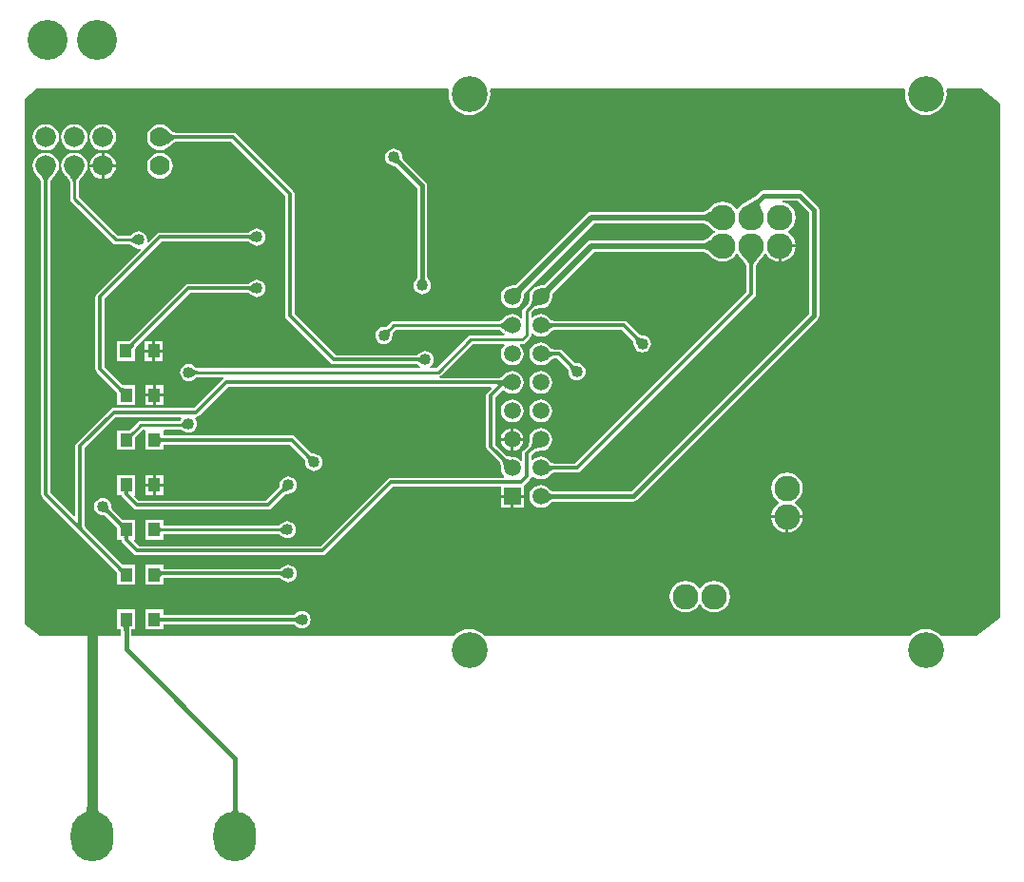
<source format=gtl>
G04 Layer_Physical_Order=1*
G04 Layer_Color=255*
%FSLAX24Y24*%
%MOIN*%
G70*
G01*
G75*
%ADD10R,0.0433X0.0492*%
%ADD11C,0.0100*%
%ADD12C,0.0120*%
%ADD13C,0.0150*%
%ADD14C,0.0350*%
%ADD15C,0.0200*%
%ADD16C,0.0591*%
%ADD17R,0.0591X0.0591*%
%ADD18O,0.1500X0.1750*%
%ADD19C,0.1400*%
%ADD20C,0.0700*%
%ADD21C,0.0720*%
%ADD22C,0.1260*%
%ADD23C,0.0900*%
%ADD24C,0.0400*%
G36*
X7910Y5084D02*
X7913Y5056D01*
X7916Y5032D01*
X7922Y5011D01*
X7928Y4993D01*
X7937Y4978D01*
X7946Y4967D01*
X7958Y4958D01*
X7970Y4954D01*
X7984Y4952D01*
X7685D01*
X7699Y4954D01*
X7712Y4958D01*
X7723Y4967D01*
X7733Y4978D01*
X7741Y4993D01*
X7748Y5011D01*
X7753Y5032D01*
X7757Y5056D01*
X7759Y5084D01*
X7760Y5115D01*
X7910D01*
X7910Y5084D01*
D02*
G37*
G36*
X4155Y11439D02*
X4143Y11435D01*
X4131Y11427D01*
X4122Y11417D01*
X4113Y11403D01*
X4107Y11387D01*
X4101Y11367D01*
X4098Y11345D01*
X4095Y11319D01*
X4095Y11291D01*
X3945D01*
X3944Y11319D01*
X3942Y11345D01*
X3938Y11367D01*
X3933Y11387D01*
X3926Y11403D01*
X3918Y11417D01*
X3908Y11427D01*
X3897Y11435D01*
X3884Y11439D01*
X3870Y11441D01*
X4170D01*
X4155Y11439D01*
D02*
G37*
G36*
X3011Y5219D02*
X3025Y5085D01*
X3038Y5031D01*
X3053Y4985D01*
X3072Y4947D01*
X3095Y4918D01*
X3121Y4897D01*
X3151Y4885D01*
X3184Y4881D01*
X2485D01*
X2518Y4885D01*
X2548Y4897D01*
X2574Y4918D01*
X2597Y4947D01*
X2616Y4985D01*
X2632Y5031D01*
X2644Y5085D01*
X2653Y5148D01*
X2658Y5219D01*
X2660Y5298D01*
X3010D01*
X3011Y5219D01*
D02*
G37*
G36*
X34650Y29789D02*
Y11739D01*
X33836Y11100D01*
X32598D01*
X32569Y11135D01*
X32458Y11226D01*
X32331Y11294D01*
X32193Y11336D01*
X32050Y11350D01*
X31907Y11336D01*
X31769Y11294D01*
X31642Y11226D01*
X31531Y11135D01*
X31502Y11100D01*
X16598D01*
X16569Y11135D01*
X16458Y11226D01*
X16331Y11294D01*
X16193Y11336D01*
X16050Y11350D01*
X15907Y11336D01*
X15769Y11294D01*
X15642Y11226D01*
X15531Y11135D01*
X15502Y11100D01*
X4198D01*
Y11323D01*
X4199Y11332D01*
X4200Y11340D01*
X4336D01*
Y12032D01*
X3703D01*
Y11340D01*
X3839D01*
X3840Y11332D01*
X3841Y11323D01*
Y11100D01*
X993D01*
X450Y11526D01*
Y29959D01*
X884Y30300D01*
X15301D01*
X15312Y30285D01*
X15330Y30250D01*
X15316Y30117D01*
X15331Y29973D01*
X15372Y29836D01*
X15440Y29709D01*
X15531Y29598D01*
X15642Y29507D01*
X15769Y29439D01*
X15907Y29397D01*
X16050Y29383D01*
X16193Y29397D01*
X16331Y29439D01*
X16458Y29507D01*
X16569Y29598D01*
X16660Y29709D01*
X16728Y29836D01*
X16769Y29973D01*
X16784Y30117D01*
X16770Y30250D01*
X16788Y30285D01*
X16799Y30300D01*
X31301D01*
X31312Y30285D01*
X31330Y30250D01*
X31316Y30117D01*
X31331Y29973D01*
X31372Y29836D01*
X31440Y29709D01*
X31531Y29598D01*
X31642Y29507D01*
X31769Y29439D01*
X31907Y29397D01*
X32050Y29383D01*
X32193Y29397D01*
X32331Y29439D01*
X32458Y29507D01*
X32569Y29598D01*
X32660Y29709D01*
X32728Y29836D01*
X32769Y29973D01*
X32784Y30117D01*
X32770Y30250D01*
X32788Y30285D01*
X32799Y30300D01*
X33999D01*
X34650Y29789D01*
D02*
G37*
%LPC*%
G36*
X5309Y21050D02*
X5042D01*
Y20754D01*
X5309D01*
Y21050D01*
D02*
G37*
G36*
X17500Y15950D02*
X17155D01*
Y15605D01*
X17500D01*
Y15950D01*
D02*
G37*
G36*
X8600Y23603D02*
X8522Y23592D01*
X8449Y23562D01*
X8386Y23514D01*
X8383Y23510D01*
X8373Y23500D01*
X8362Y23491D01*
X8352Y23483D01*
X8342Y23477D01*
X8332Y23472D01*
X8323Y23468D01*
X8315Y23466D01*
X8306Y23464D01*
X8303Y23463D01*
X6208D01*
X6145Y23451D01*
X6093Y23415D01*
X4157Y21480D01*
X4136Y21460D01*
X4119Y21447D01*
X4118Y21446D01*
X3691D01*
Y20754D01*
X4324D01*
Y21178D01*
X4331Y21187D01*
X4356Y21218D01*
X6275Y23137D01*
X8303D01*
X8306Y23136D01*
X8315Y23134D01*
X8323Y23132D01*
X8332Y23128D01*
X8342Y23123D01*
X8352Y23117D01*
X8362Y23109D01*
X8373Y23100D01*
X8383Y23090D01*
X8386Y23086D01*
X8449Y23038D01*
X8522Y23008D01*
X8600Y22997D01*
X8678Y23008D01*
X8751Y23038D01*
X8814Y23086D01*
X8862Y23149D01*
X8892Y23222D01*
X8903Y23300D01*
X8892Y23378D01*
X8862Y23451D01*
X8814Y23514D01*
X8751Y23562D01*
X8678Y23592D01*
X8600Y23603D01*
D02*
G37*
G36*
X17945Y15950D02*
X17600D01*
Y15605D01*
X17945D01*
Y15950D01*
D02*
G37*
G36*
X4942Y21050D02*
X4676D01*
Y20754D01*
X4942D01*
Y21050D01*
D02*
G37*
G36*
X27182Y16845D02*
X27038Y16826D01*
X26905Y16770D01*
X26790Y16682D01*
X26701Y16567D01*
X26646Y16433D01*
X26627Y16290D01*
X26646Y16146D01*
X26701Y16012D01*
X26790Y15898D01*
X26892Y15819D01*
X26896Y15803D01*
Y15777D01*
X26892Y15761D01*
X26790Y15682D01*
X26701Y15567D01*
X26646Y15433D01*
X26634Y15340D01*
X27730D01*
X27718Y15433D01*
X27662Y15567D01*
X27574Y15682D01*
X27472Y15761D01*
X27468Y15777D01*
Y15803D01*
X27472Y15819D01*
X27574Y15898D01*
X27662Y16012D01*
X27718Y16146D01*
X27737Y16290D01*
X27718Y16433D01*
X27662Y16567D01*
X27574Y16682D01*
X27459Y16770D01*
X27325Y16826D01*
X27182Y16845D01*
D02*
G37*
G36*
X27730Y15240D02*
X27232D01*
Y14742D01*
X27325Y14754D01*
X27459Y14809D01*
X27574Y14898D01*
X27662Y15012D01*
X27718Y15146D01*
X27730Y15240D01*
D02*
G37*
G36*
X5309Y21446D02*
X5042D01*
Y21150D01*
X5309D01*
Y21446D01*
D02*
G37*
G36*
X4942D02*
X4676D01*
Y21150D01*
X4942D01*
Y21446D01*
D02*
G37*
G36*
X27132Y15240D02*
X26634D01*
X26646Y15146D01*
X26701Y15012D01*
X26790Y14898D01*
X26905Y14809D01*
X27038Y14754D01*
X27132Y14742D01*
Y15240D01*
D02*
G37*
G36*
X5313Y19515D02*
X5047D01*
Y19219D01*
X5313D01*
Y19515D01*
D02*
G37*
G36*
X4329Y16756D02*
X3696D01*
Y16064D01*
X3854D01*
X3862Y16025D01*
X3897Y15972D01*
X4285Y15585D01*
X4338Y15549D01*
X4400Y15537D01*
X9000D01*
X9062Y15549D01*
X9115Y15585D01*
X9605Y16075D01*
X9608Y16077D01*
X9615Y16081D01*
X9623Y16085D01*
X9632Y16089D01*
X9643Y16092D01*
X9654Y16095D01*
X9667Y16097D01*
X9681Y16098D01*
X9696Y16098D01*
X9700Y16097D01*
X9778Y16108D01*
X9851Y16138D01*
X9914Y16186D01*
X9962Y16249D01*
X9992Y16322D01*
X10003Y16400D01*
X9992Y16478D01*
X9962Y16551D01*
X9914Y16614D01*
X9851Y16662D01*
X9778Y16692D01*
X9700Y16703D01*
X9622Y16692D01*
X9549Y16662D01*
X9486Y16614D01*
X9438Y16551D01*
X9408Y16478D01*
X9397Y16400D01*
X9398Y16396D01*
X9398Y16381D01*
X9397Y16367D01*
X9395Y16354D01*
X9392Y16343D01*
X9389Y16332D01*
X9385Y16323D01*
X9381Y16315D01*
X9377Y16308D01*
X9375Y16305D01*
X8932Y15863D01*
X4468D01*
X4311Y16020D01*
X4329Y16064D01*
X4329D01*
Y16756D01*
D02*
G37*
G36*
X4947Y19515D02*
X4680D01*
Y19219D01*
X4947D01*
Y19515D01*
D02*
G37*
G36*
X5313Y16756D02*
X5047D01*
Y16460D01*
X5313D01*
Y16756D01*
D02*
G37*
G36*
X4947D02*
X4680D01*
Y16460D01*
X4947D01*
Y16756D01*
D02*
G37*
G36*
Y16360D02*
X4680D01*
Y16064D01*
X4947D01*
Y16360D01*
D02*
G37*
G36*
X5200Y29054D02*
X5083Y29038D01*
X4973Y28993D01*
X4879Y28921D01*
X4807Y28827D01*
X4762Y28717D01*
X4746Y28600D01*
X4762Y28483D01*
X4807Y28373D01*
X4879Y28279D01*
X4973Y28207D01*
X5083Y28162D01*
X5200Y28146D01*
X5317Y28162D01*
X5427Y28207D01*
X5521Y28279D01*
X5529Y28289D01*
X5588Y28345D01*
X5617Y28369D01*
X5644Y28390D01*
X5670Y28406D01*
X5693Y28419D01*
X5713Y28428D01*
X5730Y28434D01*
X5743Y28437D01*
X7698D01*
X9587Y26548D01*
Y22350D01*
X9599Y22288D01*
X9635Y22235D01*
X11185Y20685D01*
X11238Y20649D01*
X11300Y20637D01*
X14207D01*
X14210Y20636D01*
X14219Y20634D01*
X14227Y20632D01*
X14236Y20628D01*
X14246Y20623D01*
X14255Y20617D01*
X14266Y20609D01*
X14277Y20600D01*
X14287Y20590D01*
X14290Y20586D01*
X14333Y20553D01*
X14316Y20503D01*
X6513D01*
X6510Y20503D01*
X6503Y20505D01*
X6494Y20508D01*
X6485Y20513D01*
X6475Y20519D01*
X6464Y20526D01*
X6436Y20549D01*
X6425Y20560D01*
X6422Y20564D01*
X6359Y20612D01*
X6286Y20642D01*
X6208Y20653D01*
X6130Y20642D01*
X6057Y20612D01*
X5994Y20564D01*
X5946Y20501D01*
X5916Y20428D01*
X5905Y20350D01*
X5916Y20272D01*
X5946Y20199D01*
X5994Y20136D01*
X6057Y20088D01*
X6130Y20058D01*
X6208Y20047D01*
X6286Y20058D01*
X6359Y20088D01*
X6422Y20136D01*
X6425Y20140D01*
X6437Y20152D01*
X6451Y20164D01*
X6463Y20173D01*
X6475Y20181D01*
X6485Y20187D01*
X6494Y20192D01*
X6503Y20195D01*
X6510Y20197D01*
X6513Y20197D01*
X7416D01*
X7423Y20188D01*
X7413Y20120D01*
X7405Y20115D01*
X6403Y19113D01*
X3579D01*
X3517Y19101D01*
X3464Y19065D01*
X2285Y17886D01*
X2249Y17833D01*
X2237Y17771D01*
Y15332D01*
X2191Y15313D01*
X1363Y16141D01*
Y27041D01*
X1366Y27055D01*
X1372Y27072D01*
X1382Y27093D01*
X1395Y27117D01*
X1413Y27144D01*
X1433Y27171D01*
X1490Y27236D01*
X1516Y27263D01*
X1528Y27272D01*
X1602Y27368D01*
X1648Y27480D01*
X1664Y27600D01*
X1648Y27720D01*
X1602Y27832D01*
X1528Y27928D01*
X1432Y28002D01*
X1320Y28048D01*
X1200Y28064D01*
X1080Y28048D01*
X968Y28002D01*
X872Y27928D01*
X798Y27832D01*
X752Y27720D01*
X736Y27600D01*
X752Y27480D01*
X798Y27368D01*
X872Y27272D01*
X884Y27263D01*
X910Y27236D01*
X967Y27171D01*
X987Y27144D01*
X1005Y27117D01*
X1018Y27093D01*
X1028Y27072D01*
X1034Y27055D01*
X1037Y27041D01*
Y16073D01*
X1049Y16011D01*
X1085Y15958D01*
X2285Y14758D01*
X3667Y13375D01*
X3676Y13365D01*
X3689Y13349D01*
X3696Y13339D01*
Y12915D01*
X4329D01*
Y13607D01*
X3902D01*
X3869Y13635D01*
X2603Y14901D01*
X2596Y14909D01*
X2588Y14921D01*
X2581Y14933D01*
X2575Y14946D01*
X2571Y14959D01*
X2567Y14972D01*
X2564Y14987D01*
X2563Y14997D01*
Y17703D01*
X3647Y18787D01*
X5941D01*
X5965Y18737D01*
X5938Y18701D01*
X5937Y18698D01*
X5930Y18688D01*
X5923Y18678D01*
X5916Y18670D01*
X5909Y18664D01*
X5904Y18659D01*
X5899Y18657D01*
X5895Y18655D01*
X5890Y18653D01*
X5888Y18653D01*
X4528D01*
X4469Y18641D01*
X4419Y18608D01*
X4166Y18354D01*
X4148Y18338D01*
X4140Y18331D01*
X3696D01*
Y17639D01*
X4329D01*
Y18080D01*
X4332Y18084D01*
X4352Y18108D01*
X4591Y18347D01*
X4637D01*
X4680Y18331D01*
X4680Y18297D01*
Y17639D01*
X5313D01*
Y17822D01*
X9747D01*
X10275Y17295D01*
X10277Y17292D01*
X10281Y17285D01*
X10285Y17277D01*
X10289Y17268D01*
X10292Y17257D01*
X10295Y17246D01*
X10297Y17233D01*
X10298Y17219D01*
X10298Y17204D01*
X10297Y17200D01*
X10308Y17122D01*
X10338Y17049D01*
X10386Y16986D01*
X10449Y16938D01*
X10522Y16908D01*
X10600Y16897D01*
X10678Y16908D01*
X10751Y16938D01*
X10814Y16986D01*
X10862Y17049D01*
X10892Y17122D01*
X10903Y17200D01*
X10892Y17278D01*
X10862Y17351D01*
X10814Y17414D01*
X10751Y17462D01*
X10678Y17492D01*
X10600Y17503D01*
X10596Y17502D01*
X10581Y17502D01*
X10567Y17503D01*
X10554Y17505D01*
X10543Y17508D01*
X10532Y17511D01*
X10523Y17515D01*
X10515Y17519D01*
X10508Y17523D01*
X10505Y17525D01*
X9930Y18100D01*
X9877Y18136D01*
X9815Y18148D01*
X5313D01*
X5313Y18331D01*
X5357Y18347D01*
X5917D01*
X5920Y18347D01*
X5928Y18345D01*
X5956Y18336D01*
X5968Y18331D01*
X6025Y18303D01*
X6045Y18291D01*
X6049Y18288D01*
X6122Y18258D01*
X6200Y18247D01*
X6278Y18258D01*
X6351Y18288D01*
X6414Y18336D01*
X6462Y18399D01*
X6492Y18472D01*
X6503Y18550D01*
X6492Y18628D01*
X6462Y18701D01*
X6435Y18737D01*
X6459Y18787D01*
X6470D01*
X6533Y18799D01*
X6586Y18835D01*
X7588Y19837D01*
X16794D01*
X16813Y19791D01*
X16685Y19662D01*
X16649Y19609D01*
X16637Y19547D01*
Y17750D01*
X16649Y17688D01*
X16685Y17635D01*
X17113Y17206D01*
X17119Y17198D01*
X17126Y17185D01*
X17132Y17169D01*
X17138Y17150D01*
X17143Y17127D01*
X17147Y17103D01*
X17152Y17038D01*
X17153Y17011D01*
X17151Y17000D01*
X17165Y16897D01*
X17205Y16801D01*
X17268Y16718D01*
X17278Y16710D01*
X17262Y16663D01*
X13300D01*
X13300Y16663D01*
X13238Y16651D01*
X13185Y16615D01*
X10832Y14263D01*
X4468D01*
X4288Y14443D01*
X4307Y14489D01*
X4329D01*
Y15181D01*
X3902D01*
X3869Y15210D01*
X3525Y15553D01*
X3523Y15556D01*
X3519Y15563D01*
X3515Y15571D01*
X3511Y15580D01*
X3508Y15591D01*
X3505Y15602D01*
X3503Y15615D01*
X3502Y15629D01*
X3502Y15644D01*
X3503Y15648D01*
X3492Y15726D01*
X3462Y15799D01*
X3414Y15862D01*
X3351Y15910D01*
X3278Y15940D01*
X3200Y15951D01*
X3122Y15940D01*
X3049Y15910D01*
X2986Y15862D01*
X2938Y15799D01*
X2908Y15726D01*
X2897Y15648D01*
X2908Y15570D01*
X2938Y15497D01*
X2986Y15434D01*
X3049Y15386D01*
X3122Y15356D01*
X3200Y15345D01*
X3204Y15346D01*
X3219Y15346D01*
X3233Y15345D01*
X3246Y15343D01*
X3257Y15340D01*
X3268Y15337D01*
X3277Y15333D01*
X3285Y15329D01*
X3292Y15325D01*
X3295Y15323D01*
X3667Y14950D01*
X3676Y14940D01*
X3689Y14924D01*
X3696Y14914D01*
Y14489D01*
X3849D01*
Y14487D01*
X3862Y14425D01*
X3897Y14372D01*
X4285Y13985D01*
X4338Y13949D01*
X4400Y13937D01*
X10900D01*
X10962Y13949D01*
X11015Y13985D01*
X13368Y16337D01*
X17155D01*
Y16050D01*
X17550D01*
X17945D01*
Y16371D01*
X17965Y16385D01*
X18175Y16595D01*
X18211Y16648D01*
X18221Y16698D01*
X18256Y16713D01*
X18273Y16714D01*
X18351Y16655D01*
X18447Y16615D01*
X18550Y16601D01*
X18653Y16615D01*
X18749Y16655D01*
X18832Y16718D01*
X18838Y16725D01*
X18884Y16769D01*
X18906Y16787D01*
X18928Y16802D01*
X18947Y16815D01*
X18965Y16824D01*
X18981Y16831D01*
X18995Y16835D01*
X19005Y16837D01*
X19820D01*
X19882Y16849D01*
X19935Y16885D01*
X26047Y22997D01*
X26083Y23049D01*
X26095Y23112D01*
Y24083D01*
X26095Y24088D01*
X26100Y24106D01*
X26109Y24130D01*
X26122Y24158D01*
X26141Y24190D01*
X26166Y24225D01*
X26195Y24263D01*
X26273Y24350D01*
X26308Y24385D01*
X26324Y24398D01*
X26403Y24500D01*
X26419Y24504D01*
X26445D01*
X26461Y24500D01*
X26540Y24398D01*
X26655Y24309D01*
X26788Y24254D01*
X26882Y24242D01*
Y24790D01*
X26932D01*
Y24840D01*
X27480D01*
X27468Y24933D01*
X27412Y25067D01*
X27324Y25182D01*
X27222Y25261D01*
X27218Y25277D01*
Y25303D01*
X27222Y25319D01*
X27324Y25398D01*
X27412Y25512D01*
X27468Y25646D01*
X27487Y25790D01*
X27468Y25933D01*
X27412Y26067D01*
X27324Y26182D01*
X27209Y26270D01*
X27075Y26326D01*
X27030Y26332D01*
X27034Y26382D01*
X27546D01*
X27962Y25966D01*
Y22414D01*
X21726Y16178D01*
X18995D01*
X18985Y16180D01*
X18969Y16184D01*
X18953Y16190D01*
X18936Y16198D01*
X18917Y16209D01*
X18898Y16222D01*
X18877Y16238D01*
X18856Y16257D01*
X18838Y16274D01*
X18832Y16282D01*
X18749Y16345D01*
X18653Y16385D01*
X18550Y16399D01*
X18447Y16385D01*
X18351Y16345D01*
X18268Y16282D01*
X18205Y16199D01*
X18165Y16103D01*
X18151Y16000D01*
X18165Y15897D01*
X18205Y15801D01*
X18268Y15718D01*
X18351Y15655D01*
X18447Y15615D01*
X18550Y15601D01*
X18653Y15615D01*
X18749Y15655D01*
X18832Y15718D01*
X18838Y15726D01*
X18856Y15743D01*
X18877Y15762D01*
X18898Y15778D01*
X18917Y15791D01*
X18936Y15802D01*
X18953Y15810D01*
X18969Y15816D01*
X18985Y15820D01*
X18995Y15822D01*
X21800D01*
X21868Y15835D01*
X21926Y15874D01*
X28266Y22214D01*
X28305Y22272D01*
X28318Y22340D01*
X28318Y22340D01*
Y26040D01*
X28305Y26108D01*
X28266Y26166D01*
X27746Y26686D01*
X27688Y26725D01*
X27620Y26738D01*
X26360D01*
X26360Y26738D01*
X26292Y26725D01*
X26234Y26686D01*
X26056Y26508D01*
X25674Y26278D01*
X25655Y26270D01*
X25540Y26182D01*
X25461Y26080D01*
X25445Y26076D01*
X25419D01*
X25403Y26080D01*
X25324Y26182D01*
X25209Y26270D01*
X25075Y26326D01*
X24932Y26345D01*
X24788Y26326D01*
X24655Y26270D01*
X24540Y26182D01*
X24527Y26166D01*
X24499Y26139D01*
X24462Y26105D01*
X24426Y26077D01*
X24392Y26053D01*
X24359Y26033D01*
X24328Y26017D01*
X24299Y26006D01*
X24272Y25998D01*
X24249Y25994D01*
X20340D01*
X20262Y25978D01*
X20196Y25934D01*
X17707Y23445D01*
X17700Y23440D01*
X17685Y23430D01*
X17669Y23421D01*
X17652Y23414D01*
X17635Y23408D01*
X17617Y23403D01*
X17597Y23400D01*
X17576Y23398D01*
X17560Y23397D01*
X17550Y23399D01*
X17447Y23385D01*
X17351Y23345D01*
X17268Y23282D01*
X17205Y23199D01*
X17165Y23103D01*
X17151Y23000D01*
X17165Y22897D01*
X17205Y22801D01*
X17268Y22718D01*
X17351Y22655D01*
X17447Y22615D01*
X17550Y22601D01*
X17653Y22615D01*
X17749Y22655D01*
X17832Y22718D01*
X17895Y22801D01*
X17935Y22897D01*
X17949Y23000D01*
X17947Y23010D01*
X17948Y23026D01*
X17950Y23047D01*
X17953Y23067D01*
X17958Y23085D01*
X17964Y23102D01*
X17971Y23119D01*
X17980Y23135D01*
X17990Y23150D01*
X17995Y23157D01*
X20424Y25586D01*
X24249D01*
X24272Y25582D01*
X24299Y25574D01*
X24328Y25562D01*
X24359Y25547D01*
X24392Y25527D01*
X24425Y25504D01*
X24500Y25440D01*
X24527Y25413D01*
X24540Y25398D01*
X24642Y25319D01*
X24646Y25303D01*
Y25277D01*
X24642Y25261D01*
X24540Y25182D01*
X24527Y25166D01*
X24499Y25139D01*
X24462Y25105D01*
X24426Y25077D01*
X24392Y25053D01*
X24359Y25033D01*
X24328Y25017D01*
X24299Y25006D01*
X24272Y24998D01*
X24249Y24994D01*
X20340D01*
X20262Y24978D01*
X20196Y24934D01*
X18707Y23445D01*
X18700Y23440D01*
X18685Y23430D01*
X18669Y23421D01*
X18652Y23414D01*
X18635Y23408D01*
X18617Y23403D01*
X18597Y23400D01*
X18576Y23398D01*
X18560Y23397D01*
X18550Y23399D01*
X18447Y23385D01*
X18351Y23345D01*
X18268Y23282D01*
X18205Y23199D01*
X18165Y23103D01*
X18151Y23000D01*
X18153Y22989D01*
X18152Y22958D01*
X18148Y22889D01*
X18144Y22863D01*
X18139Y22838D01*
X18133Y22818D01*
X18127Y22802D01*
X18121Y22790D01*
X18116Y22783D01*
X17952Y22618D01*
X17919Y22569D01*
X17907Y22510D01*
Y22266D01*
X17857Y22249D01*
X17832Y22282D01*
X17749Y22345D01*
X17653Y22385D01*
X17550Y22399D01*
X17447Y22385D01*
X17351Y22345D01*
X17268Y22282D01*
X17262Y22273D01*
X17240Y22252D01*
X17187Y22206D01*
X17166Y22190D01*
X17145Y22176D01*
X17127Y22166D01*
X17111Y22159D01*
X17098Y22155D01*
X17090Y22153D01*
X13400D01*
X13341Y22141D01*
X13292Y22108D01*
X13157Y21974D01*
X13155Y21972D01*
X13148Y21968D01*
X13141Y21965D01*
X13131Y21961D01*
X13119Y21958D01*
X13107Y21956D01*
X13071Y21952D01*
X13055Y21952D01*
X13050Y21953D01*
X12972Y21942D01*
X12899Y21912D01*
X12836Y21864D01*
X12788Y21801D01*
X12758Y21728D01*
X12747Y21650D01*
X12758Y21572D01*
X12788Y21499D01*
X12836Y21436D01*
X12899Y21388D01*
X12972Y21358D01*
X13050Y21347D01*
X13128Y21358D01*
X13201Y21388D01*
X13264Y21436D01*
X13312Y21499D01*
X13342Y21572D01*
X13353Y21650D01*
X13352Y21655D01*
X13352Y21672D01*
X13353Y21690D01*
X13355Y21706D01*
X13358Y21719D01*
X13361Y21731D01*
X13365Y21741D01*
X13368Y21748D01*
X13372Y21755D01*
X13374Y21757D01*
X13463Y21847D01*
X17090D01*
X17098Y21845D01*
X17111Y21841D01*
X17127Y21834D01*
X17145Y21824D01*
X17166Y21810D01*
X17187Y21794D01*
X17240Y21748D01*
X17262Y21727D01*
X17268Y21718D01*
X17288Y21703D01*
X17271Y21653D01*
X16096D01*
X16037Y21641D01*
X15988Y21608D01*
X14883Y20503D01*
X14692D01*
X14675Y20553D01*
X14718Y20586D01*
X14766Y20649D01*
X14796Y20722D01*
X14807Y20800D01*
X14796Y20878D01*
X14766Y20951D01*
X14718Y21014D01*
X14655Y21062D01*
X14582Y21092D01*
X14504Y21103D01*
X14426Y21092D01*
X14353Y21062D01*
X14290Y21014D01*
X14287Y21010D01*
X14277Y21000D01*
X14266Y20991D01*
X14255Y20983D01*
X14246Y20977D01*
X14236Y20972D01*
X14227Y20968D01*
X14219Y20966D01*
X14210Y20964D01*
X14207Y20963D01*
X11368D01*
X9913Y22418D01*
Y26616D01*
X9901Y26678D01*
X9865Y26731D01*
X7881Y28715D01*
X7828Y28751D01*
X7766Y28763D01*
X5743D01*
X5730Y28766D01*
X5713Y28772D01*
X5693Y28781D01*
X5670Y28794D01*
X5644Y28810D01*
X5618Y28830D01*
X5555Y28885D01*
X5530Y28910D01*
X5521Y28921D01*
X5427Y28993D01*
X5317Y29038D01*
X5200Y29054D01*
D02*
G37*
G36*
X5313Y16360D02*
X5047D01*
Y16064D01*
X5313D01*
Y16360D01*
D02*
G37*
G36*
X4947Y19911D02*
X4680D01*
Y19615D01*
X4947D01*
Y19911D01*
D02*
G37*
G36*
X5313D02*
X5047D01*
Y19615D01*
X5313D01*
Y19911D01*
D02*
G37*
G36*
Y15181D02*
X4680D01*
Y14489D01*
X5313D01*
Y14682D01*
X9360D01*
X9363Y14682D01*
X9370Y14680D01*
X9378Y14677D01*
X9387Y14673D01*
X9398Y14667D01*
X9408Y14660D01*
X9436Y14637D01*
X9448Y14625D01*
X9451Y14621D01*
X9513Y14573D01*
X9586Y14543D01*
X9665Y14533D01*
X9743Y14543D01*
X9816Y14573D01*
X9879Y14621D01*
X9927Y14684D01*
X9957Y14757D01*
X9967Y14835D01*
X9957Y14914D01*
X9927Y14987D01*
X9879Y15049D01*
X9816Y15097D01*
X9743Y15128D01*
X9665Y15138D01*
X9586Y15128D01*
X9513Y15097D01*
X9451Y15049D01*
X9448Y15046D01*
X9435Y15033D01*
X9422Y15022D01*
X9409Y15012D01*
X9398Y15004D01*
X9387Y14998D01*
X9378Y14994D01*
X9370Y14991D01*
X9363Y14989D01*
X9360Y14988D01*
X5313D01*
Y15181D01*
D02*
G37*
G36*
Y13607D02*
X4680D01*
Y12915D01*
X5313D01*
Y13137D01*
X9403D01*
X9406Y13136D01*
X9415Y13134D01*
X9423Y13132D01*
X9432Y13128D01*
X9442Y13123D01*
X9452Y13117D01*
X9462Y13109D01*
X9473Y13100D01*
X9483Y13090D01*
X9486Y13086D01*
X9549Y13038D01*
X9622Y13008D01*
X9700Y12997D01*
X9778Y13008D01*
X9851Y13038D01*
X9914Y13086D01*
X9962Y13149D01*
X9992Y13222D01*
X10003Y13300D01*
X9992Y13378D01*
X9962Y13451D01*
X9914Y13514D01*
X9851Y13562D01*
X9778Y13592D01*
X9700Y13603D01*
X9622Y13592D01*
X9549Y13562D01*
X9486Y13514D01*
X9483Y13510D01*
X9473Y13500D01*
X9462Y13491D01*
X9452Y13483D01*
X9442Y13477D01*
X9432Y13472D01*
X9423Y13468D01*
X9415Y13466D01*
X9406Y13464D01*
X9403Y13463D01*
X5313D01*
Y13607D01*
D02*
G37*
G36*
X24632Y13045D02*
X24488Y13026D01*
X24355Y12970D01*
X24240Y12882D01*
X24161Y12780D01*
X24145Y12776D01*
X24119D01*
X24103Y12780D01*
X24024Y12882D01*
X23909Y12970D01*
X23775Y13026D01*
X23632Y13045D01*
X23488Y13026D01*
X23355Y12970D01*
X23240Y12882D01*
X23151Y12767D01*
X23096Y12633D01*
X23077Y12490D01*
X23096Y12346D01*
X23151Y12212D01*
X23240Y12098D01*
X23355Y12009D01*
X23488Y11954D01*
X23632Y11935D01*
X23775Y11954D01*
X23909Y12009D01*
X24024Y12098D01*
X24103Y12200D01*
X24119Y12204D01*
X24145D01*
X24161Y12200D01*
X24240Y12098D01*
X24355Y12009D01*
X24488Y11954D01*
X24632Y11935D01*
X24775Y11954D01*
X24909Y12009D01*
X25024Y12098D01*
X25112Y12212D01*
X25168Y12346D01*
X25187Y12490D01*
X25168Y12633D01*
X25112Y12767D01*
X25024Y12882D01*
X24909Y12970D01*
X24775Y13026D01*
X24632Y13045D01*
D02*
G37*
G36*
X27480Y24740D02*
X26982D01*
Y24242D01*
X27075Y24254D01*
X27209Y24309D01*
X27324Y24398D01*
X27412Y24512D01*
X27468Y24646D01*
X27480Y24740D01*
D02*
G37*
G36*
X2200Y28064D02*
X2080Y28048D01*
X1968Y28002D01*
X1872Y27928D01*
X1798Y27832D01*
X1752Y27720D01*
X1736Y27600D01*
X1752Y27480D01*
X1798Y27368D01*
X1872Y27272D01*
X1884Y27263D01*
X1912Y27234D01*
X1972Y27166D01*
X1995Y27137D01*
X2014Y27110D01*
X2028Y27086D01*
X2038Y27065D01*
X2044Y27048D01*
X2047Y27036D01*
X2047Y27035D01*
Y26450D01*
X2059Y26391D01*
X2092Y26342D01*
X3542Y24892D01*
X3591Y24859D01*
X3650Y24847D01*
X4145D01*
X4148Y24847D01*
X4155Y24845D01*
X4164Y24842D01*
X4173Y24837D01*
X4183Y24831D01*
X4194Y24824D01*
X4221Y24801D01*
X4233Y24790D01*
X4236Y24786D01*
X4299Y24738D01*
X4372Y24708D01*
X4450Y24697D01*
X4503Y24704D01*
X4526Y24657D01*
X2985Y23115D01*
X2949Y23062D01*
X2937Y23000D01*
Y20478D01*
X2949Y20415D01*
X2985Y20362D01*
X3667Y19680D01*
X3676Y19669D01*
X3689Y19654D01*
X3696Y19643D01*
Y19219D01*
X4329D01*
Y19911D01*
X3902D01*
X3869Y19940D01*
X3263Y20545D01*
Y22932D01*
X5268Y24937D01*
X8303D01*
X8306Y24936D01*
X8315Y24934D01*
X8323Y24932D01*
X8332Y24928D01*
X8342Y24923D01*
X8352Y24917D01*
X8362Y24909D01*
X8373Y24900D01*
X8383Y24890D01*
X8386Y24886D01*
X8449Y24838D01*
X8522Y24808D01*
X8600Y24797D01*
X8678Y24808D01*
X8751Y24838D01*
X8814Y24886D01*
X8862Y24949D01*
X8892Y25022D01*
X8903Y25100D01*
X8892Y25178D01*
X8862Y25251D01*
X8814Y25314D01*
X8751Y25362D01*
X8678Y25392D01*
X8600Y25403D01*
X8522Y25392D01*
X8449Y25362D01*
X8386Y25314D01*
X8383Y25310D01*
X8373Y25300D01*
X8362Y25291D01*
X8352Y25283D01*
X8342Y25277D01*
X8332Y25272D01*
X8323Y25268D01*
X8315Y25266D01*
X8306Y25264D01*
X8303Y25263D01*
X5200D01*
X5138Y25251D01*
X5085Y25215D01*
X4793Y24924D01*
X4746Y24947D01*
X4753Y25000D01*
X4742Y25078D01*
X4712Y25151D01*
X4664Y25214D01*
X4601Y25262D01*
X4528Y25292D01*
X4450Y25303D01*
X4372Y25292D01*
X4299Y25262D01*
X4236Y25214D01*
X4233Y25210D01*
X4220Y25198D01*
X4207Y25186D01*
X4195Y25177D01*
X4183Y25169D01*
X4173Y25163D01*
X4164Y25158D01*
X4155Y25155D01*
X4148Y25153D01*
X4145Y25153D01*
X3713D01*
X2353Y26513D01*
Y27035D01*
X2353Y27036D01*
X2356Y27048D01*
X2362Y27065D01*
X2372Y27086D01*
X2386Y27110D01*
X2405Y27137D01*
X2428Y27166D01*
X2488Y27234D01*
X2516Y27263D01*
X2528Y27272D01*
X2602Y27368D01*
X2648Y27480D01*
X2664Y27600D01*
X2648Y27720D01*
X2602Y27832D01*
X2528Y27928D01*
X2432Y28002D01*
X2320Y28048D01*
X2200Y28064D01*
D02*
G37*
G36*
X3150Y28057D02*
X3080Y28048D01*
X2968Y28002D01*
X2872Y27928D01*
X2798Y27832D01*
X2752Y27720D01*
X2743Y27650D01*
X3150D01*
Y28057D01*
D02*
G37*
G36*
X5320Y12032D02*
X4687D01*
Y11340D01*
X5320D01*
Y11523D01*
X9889D01*
X9892Y11522D01*
X9900Y11520D01*
X9909Y11517D01*
X9918Y11514D01*
X9927Y11509D01*
X9937Y11502D01*
X9948Y11495D01*
X9959Y11485D01*
X9969Y11475D01*
X9972Y11472D01*
X10035Y11424D01*
X10108Y11394D01*
X10186Y11383D01*
X10264Y11394D01*
X10337Y11424D01*
X10400Y11472D01*
X10448Y11535D01*
X10478Y11608D01*
X10488Y11686D01*
X10478Y11764D01*
X10448Y11837D01*
X10400Y11900D01*
X10337Y11948D01*
X10264Y11978D01*
X10186Y11988D01*
X10108Y11978D01*
X10035Y11948D01*
X9972Y11900D01*
X9969Y11896D01*
X9959Y11886D01*
X9948Y11877D01*
X9937Y11869D01*
X9927Y11863D01*
X9918Y11858D01*
X9909Y11854D01*
X9900Y11851D01*
X9892Y11849D01*
X9889Y11849D01*
X5320D01*
Y12032D01*
D02*
G37*
G36*
X3150Y27550D02*
X2743D01*
X2752Y27480D01*
X2798Y27368D01*
X2872Y27272D01*
X2968Y27198D01*
X3080Y27152D01*
X3150Y27143D01*
Y27550D01*
D02*
G37*
G36*
X5200Y28054D02*
X5083Y28038D01*
X4973Y27993D01*
X4879Y27921D01*
X4807Y27827D01*
X4762Y27717D01*
X4746Y27600D01*
X4762Y27483D01*
X4807Y27373D01*
X4879Y27279D01*
X4973Y27207D01*
X5083Y27162D01*
X5200Y27146D01*
X5317Y27162D01*
X5427Y27207D01*
X5521Y27279D01*
X5593Y27373D01*
X5638Y27483D01*
X5654Y27600D01*
X5638Y27717D01*
X5593Y27827D01*
X5521Y27921D01*
X5427Y27993D01*
X5317Y28038D01*
X5200Y28054D01*
D02*
G37*
G36*
X3657Y27550D02*
X3250D01*
Y27143D01*
X3320Y27152D01*
X3432Y27198D01*
X3528Y27272D01*
X3602Y27368D01*
X3648Y27480D01*
X3657Y27550D01*
D02*
G37*
G36*
X2200Y29064D02*
X2080Y29048D01*
X1968Y29002D01*
X1872Y28928D01*
X1798Y28832D01*
X1752Y28720D01*
X1736Y28600D01*
X1752Y28480D01*
X1798Y28368D01*
X1872Y28272D01*
X1968Y28198D01*
X2080Y28152D01*
X2200Y28136D01*
X2320Y28152D01*
X2432Y28198D01*
X2528Y28272D01*
X2602Y28368D01*
X2648Y28480D01*
X2664Y28600D01*
X2648Y28720D01*
X2602Y28832D01*
X2528Y28928D01*
X2432Y29002D01*
X2320Y29048D01*
X2200Y29064D01*
D02*
G37*
G36*
X3200D02*
X3080Y29048D01*
X2968Y29002D01*
X2872Y28928D01*
X2798Y28832D01*
X2752Y28720D01*
X2736Y28600D01*
X2752Y28480D01*
X2798Y28368D01*
X2872Y28272D01*
X2968Y28198D01*
X3080Y28152D01*
X3200Y28136D01*
X3320Y28152D01*
X3432Y28198D01*
X3528Y28272D01*
X3602Y28368D01*
X3648Y28480D01*
X3664Y28600D01*
X3648Y28720D01*
X3602Y28832D01*
X3528Y28928D01*
X3432Y29002D01*
X3320Y29048D01*
X3200Y29064D01*
D02*
G37*
G36*
X13400Y28203D02*
X13322Y28192D01*
X13249Y28162D01*
X13186Y28114D01*
X13138Y28051D01*
X13108Y27978D01*
X13097Y27900D01*
X13108Y27822D01*
X13138Y27749D01*
X13186Y27686D01*
X13249Y27638D01*
X13322Y27608D01*
X13400Y27597D01*
X13404Y27598D01*
X13413Y27598D01*
X13422Y27597D01*
X13431Y27595D01*
X13439Y27593D01*
X13448Y27589D01*
X13456Y27585D01*
X13464Y27581D01*
X13473Y27575D01*
X13474Y27573D01*
X14222Y26826D01*
Y23683D01*
X14221Y23682D01*
X14220Y23671D01*
X14217Y23662D01*
X14214Y23653D01*
X14210Y23645D01*
X14206Y23638D01*
X14201Y23630D01*
X14195Y23623D01*
X14189Y23616D01*
X14186Y23614D01*
X14138Y23551D01*
X14108Y23478D01*
X14097Y23400D01*
X14108Y23322D01*
X14138Y23249D01*
X14186Y23186D01*
X14249Y23138D01*
X14322Y23108D01*
X14400Y23097D01*
X14478Y23108D01*
X14551Y23138D01*
X14614Y23186D01*
X14662Y23249D01*
X14692Y23322D01*
X14703Y23400D01*
X14692Y23478D01*
X14662Y23551D01*
X14614Y23614D01*
X14611Y23616D01*
X14605Y23623D01*
X14599Y23630D01*
X14594Y23638D01*
X14590Y23645D01*
X14586Y23653D01*
X14583Y23662D01*
X14580Y23671D01*
X14579Y23682D01*
X14578Y23683D01*
Y26900D01*
X14578Y26900D01*
X14565Y26968D01*
X14526Y27026D01*
X14526Y27026D01*
X13727Y27826D01*
X13725Y27827D01*
X13719Y27836D01*
X13715Y27844D01*
X13711Y27852D01*
X13707Y27861D01*
X13705Y27869D01*
X13703Y27878D01*
X13702Y27887D01*
X13702Y27896D01*
X13703Y27900D01*
X13692Y27978D01*
X13662Y28051D01*
X13614Y28114D01*
X13551Y28162D01*
X13478Y28192D01*
X13400Y28203D01*
D02*
G37*
G36*
X3250Y28057D02*
Y27650D01*
X3657D01*
X3648Y27720D01*
X3602Y27832D01*
X3528Y27928D01*
X3432Y28002D01*
X3320Y28048D01*
X3250Y28057D01*
D02*
G37*
G36*
X1200Y29064D02*
X1080Y29048D01*
X968Y29002D01*
X872Y28928D01*
X798Y28832D01*
X752Y28720D01*
X736Y28600D01*
X752Y28480D01*
X798Y28368D01*
X872Y28272D01*
X968Y28198D01*
X1080Y28152D01*
X1200Y28136D01*
X1320Y28152D01*
X1432Y28198D01*
X1528Y28272D01*
X1602Y28368D01*
X1648Y28480D01*
X1664Y28600D01*
X1648Y28720D01*
X1602Y28832D01*
X1528Y28928D01*
X1432Y29002D01*
X1320Y29048D01*
X1200Y29064D01*
D02*
G37*
%LPD*%
G36*
X8457Y23160D02*
X8441Y23175D01*
X8425Y23189D01*
X8409Y23201D01*
X8393Y23211D01*
X8376Y23220D01*
X8359Y23227D01*
X8342Y23233D01*
X8325Y23237D01*
X8307Y23239D01*
X8289Y23240D01*
Y23360D01*
X8307Y23361D01*
X8325Y23363D01*
X8342Y23367D01*
X8359Y23373D01*
X8376Y23380D01*
X8393Y23389D01*
X8409Y23399D01*
X8425Y23411D01*
X8441Y23425D01*
X8457Y23440D01*
Y23160D01*
D02*
G37*
G36*
X4308Y21315D02*
X4286Y21292D01*
X4250Y21249D01*
X4236Y21230D01*
X4226Y21213D01*
X4219Y21196D01*
X4215Y21182D01*
X4214Y21168D01*
X4217Y21156D01*
X4222Y21146D01*
X4083Y21344D01*
X4091Y21336D01*
X4101Y21331D01*
X4113Y21331D01*
X4127Y21334D01*
X4143Y21341D01*
X4161Y21351D01*
X4181Y21365D01*
X4203Y21383D01*
X4253Y21430D01*
X4308Y21315D01*
D02*
G37*
G36*
X9698Y16200D02*
X9676Y16200D01*
X9655Y16198D01*
X9635Y16195D01*
X9616Y16191D01*
X9598Y16185D01*
X9581Y16178D01*
X9565Y16170D01*
X9550Y16161D01*
X9536Y16150D01*
X9523Y16138D01*
X9438Y16223D01*
X9450Y16236D01*
X9461Y16250D01*
X9470Y16265D01*
X9478Y16281D01*
X9485Y16298D01*
X9491Y16316D01*
X9495Y16335D01*
X9498Y16355D01*
X9500Y16376D01*
X9500Y16398D01*
X9698Y16200D01*
D02*
G37*
G36*
X4121Y16165D02*
X4111Y16162D01*
X4102Y16158D01*
X4094Y16153D01*
X4088Y16146D01*
X4082Y16137D01*
X4078Y16127D01*
X4075Y16115D01*
X4073Y16102D01*
X4073Y16087D01*
X3953D01*
X3952Y16102D01*
X3950Y16115D01*
X3947Y16127D01*
X3943Y16137D01*
X3938Y16146D01*
X3931Y16153D01*
X3923Y16158D01*
X3914Y16162D01*
X3904Y16165D01*
X3893Y16165D01*
X4133D01*
X4121Y16165D01*
D02*
G37*
G36*
X10436Y17450D02*
X10450Y17439D01*
X10465Y17430D01*
X10481Y17422D01*
X10498Y17415D01*
X10516Y17409D01*
X10535Y17405D01*
X10555Y17402D01*
X10576Y17400D01*
X10598Y17400D01*
X10400Y17202D01*
X10400Y17224D01*
X10398Y17245D01*
X10395Y17265D01*
X10391Y17284D01*
X10385Y17302D01*
X10378Y17319D01*
X10370Y17335D01*
X10361Y17350D01*
X10350Y17364D01*
X10338Y17377D01*
X10423Y17462D01*
X10436Y17450D01*
D02*
G37*
G36*
X18547Y17705D02*
X18507Y17704D01*
X18435Y17699D01*
X18403Y17693D01*
X18373Y17687D01*
X18346Y17678D01*
X18321Y17668D01*
X18299Y17656D01*
X18280Y17643D01*
X18263Y17628D01*
X18178Y17713D01*
X18193Y17730D01*
X18206Y17749D01*
X18218Y17771D01*
X18228Y17796D01*
X18237Y17823D01*
X18243Y17853D01*
X18249Y17885D01*
X18252Y17920D01*
X18255Y17997D01*
X18547Y17705D01*
D02*
G37*
G36*
X18789Y17179D02*
X18844Y17132D01*
X18871Y17113D01*
X18897Y17097D01*
X18922Y17083D01*
X18946Y17073D01*
X18970Y17066D01*
X18994Y17061D01*
X19016Y17060D01*
Y16940D01*
X18994Y16939D01*
X18970Y16934D01*
X18946Y16927D01*
X18922Y16917D01*
X18897Y16903D01*
X18871Y16887D01*
X18844Y16868D01*
X18817Y16846D01*
X18761Y16793D01*
Y17207D01*
X18789Y17179D01*
D02*
G37*
G36*
X17280Y17357D02*
X17299Y17344D01*
X17321Y17332D01*
X17346Y17322D01*
X17373Y17313D01*
X17403Y17307D01*
X17435Y17301D01*
X17470Y17298D01*
X17547Y17295D01*
X17255Y17003D01*
X17254Y17043D01*
X17249Y17115D01*
X17243Y17147D01*
X17237Y17177D01*
X17228Y17204D01*
X17218Y17229D01*
X17206Y17251D01*
X17193Y17270D01*
X17178Y17287D01*
X17263Y17372D01*
X17280Y17357D01*
D02*
G37*
G36*
X3794Y13565D02*
X3840Y13526D01*
X3860Y13512D01*
X3878Y13501D01*
X3894Y13494D01*
X3908Y13491D01*
X3920Y13492D01*
X3930Y13496D01*
X3937Y13504D01*
X3798Y13306D01*
X3804Y13317D01*
X3806Y13329D01*
X3805Y13342D01*
X3801Y13357D01*
X3794Y13373D01*
X3784Y13391D01*
X3771Y13410D01*
X3754Y13431D01*
X3735Y13453D01*
X3712Y13476D01*
X3768Y13590D01*
X3794Y13565D01*
D02*
G37*
G36*
Y15140D02*
X3840Y15101D01*
X3860Y15086D01*
X3878Y15076D01*
X3894Y15069D01*
X3908Y15066D01*
X3920Y15067D01*
X3930Y15071D01*
X3937Y15079D01*
X3798Y14881D01*
X3804Y14892D01*
X3806Y14904D01*
X3805Y14917D01*
X3801Y14932D01*
X3794Y14948D01*
X3784Y14966D01*
X3771Y14985D01*
X3754Y15005D01*
X3735Y15027D01*
X3712Y15051D01*
X3768Y15165D01*
X3794Y15140D01*
D02*
G37*
G36*
X2460Y15018D02*
X2461Y14994D01*
X2463Y14971D01*
X2468Y14949D01*
X2474Y14928D01*
X2481Y14907D01*
X2491Y14887D01*
X2502Y14867D01*
X2514Y14849D01*
X2529Y14831D01*
X2545Y14813D01*
X2358Y14831D01*
X2255Y15103D01*
X2271Y15088D01*
X2286Y15077D01*
X2298Y15070D01*
X2309Y15068D01*
X2319Y15069D01*
X2326Y15075D01*
X2332Y15085D01*
X2337Y15098D01*
X2339Y15116D01*
X2340Y15138D01*
X2460Y15018D01*
D02*
G37*
G36*
X4121Y14590D02*
X4111Y14586D01*
X4102Y14581D01*
X4094Y14574D01*
X4088Y14565D01*
X4082Y14553D01*
X4078Y14540D01*
X4075Y14525D01*
X4073Y14507D01*
X4073Y14487D01*
X3953D01*
X3952Y14507D01*
X3950Y14525D01*
X3947Y14540D01*
X3943Y14553D01*
X3938Y14565D01*
X3931Y14574D01*
X3923Y14581D01*
X3914Y14586D01*
X3904Y14590D01*
X3893Y14591D01*
X4133D01*
X4121Y14590D01*
D02*
G37*
G36*
X18787Y16182D02*
X18812Y16159D01*
X18838Y16140D01*
X18863Y16122D01*
X18888Y16108D01*
X18914Y16096D01*
X18939Y16087D01*
X18963Y16080D01*
X18988Y16076D01*
X19013Y16075D01*
Y15925D01*
X18988Y15924D01*
X18963Y15920D01*
X18939Y15913D01*
X18914Y15904D01*
X18888Y15892D01*
X18863Y15878D01*
X18838Y15860D01*
X18812Y15841D01*
X18787Y15818D01*
X18761Y15793D01*
Y16207D01*
X18787Y16182D01*
D02*
G37*
G36*
X3400Y15624D02*
X3402Y15603D01*
X3405Y15583D01*
X3409Y15564D01*
X3415Y15546D01*
X3422Y15529D01*
X3430Y15513D01*
X3439Y15498D01*
X3450Y15484D01*
X3462Y15471D01*
X3377Y15386D01*
X3364Y15398D01*
X3350Y15409D01*
X3335Y15418D01*
X3319Y15426D01*
X3302Y15433D01*
X3284Y15439D01*
X3265Y15443D01*
X3245Y15446D01*
X3224Y15448D01*
X3202Y15448D01*
X3400Y15646D01*
X3400Y15624D01*
D02*
G37*
G36*
X5212Y18094D02*
X5216Y18083D01*
X5222Y18074D01*
X5230Y18067D01*
X5241Y18060D01*
X5255Y18055D01*
X5270Y18050D01*
X5289Y18047D01*
X5309Y18046D01*
X5332Y18045D01*
Y17925D01*
X5309Y17924D01*
X5289Y17923D01*
X5270Y17920D01*
X5255Y17915D01*
X5241Y17910D01*
X5230Y17903D01*
X5222Y17896D01*
X5216Y17887D01*
X5212Y17876D01*
X5211Y17865D01*
Y18105D01*
X5212Y18094D01*
D02*
G37*
G36*
X18942Y23251D02*
X18924Y23231D01*
X18907Y23210D01*
X18892Y23187D01*
X18880Y23164D01*
X18869Y23140D01*
X18860Y23114D01*
X18853Y23088D01*
X18849Y23061D01*
X18846Y23032D01*
X18845Y23003D01*
X18553Y23295D01*
X18582Y23296D01*
X18611Y23299D01*
X18638Y23303D01*
X18664Y23310D01*
X18690Y23319D01*
X18714Y23330D01*
X18737Y23342D01*
X18760Y23357D01*
X18781Y23374D01*
X18801Y23392D01*
X18942Y23251D01*
D02*
G37*
G36*
X26198Y24420D02*
X26117Y24328D01*
X26084Y24285D01*
X26056Y24245D01*
X26033Y24206D01*
X26015Y24170D01*
X26002Y24136D01*
X25994Y24104D01*
X25992Y24074D01*
X25872D01*
X25869Y24104D01*
X25862Y24136D01*
X25849Y24170D01*
X25831Y24206D01*
X25808Y24245D01*
X25780Y24285D01*
X25747Y24328D01*
X25665Y24420D01*
X25617Y24468D01*
X26247D01*
X26198Y24420D01*
D02*
G37*
G36*
X17942Y23251D02*
X17924Y23231D01*
X17907Y23210D01*
X17892Y23187D01*
X17880Y23164D01*
X17869Y23140D01*
X17860Y23114D01*
X17853Y23088D01*
X17849Y23061D01*
X17846Y23032D01*
X17845Y23003D01*
X17553Y23295D01*
X17582Y23296D01*
X17611Y23299D01*
X17638Y23303D01*
X17664Y23310D01*
X17690Y23319D01*
X17714Y23330D01*
X17737Y23342D01*
X17760Y23357D01*
X17781Y23374D01*
X17801Y23392D01*
X17942Y23251D01*
D02*
G37*
G36*
X18789Y22179D02*
X18844Y22132D01*
X18871Y22113D01*
X18897Y22097D01*
X18922Y22083D01*
X18946Y22073D01*
X18970Y22066D01*
X18994Y22061D01*
X19016Y22060D01*
Y21940D01*
X18994Y21939D01*
X18970Y21934D01*
X18946Y21927D01*
X18922Y21917D01*
X18897Y21903D01*
X18871Y21887D01*
X18844Y21868D01*
X18817Y21846D01*
X18761Y21793D01*
Y22207D01*
X18789Y22179D01*
D02*
G37*
G36*
X17339Y21793D02*
X17309Y21823D01*
X17251Y21873D01*
X17224Y21894D01*
X17198Y21911D01*
X17173Y21925D01*
X17149Y21936D01*
X17125Y21944D01*
X17103Y21948D01*
X17082Y21950D01*
Y22050D01*
X17103Y22052D01*
X17125Y22056D01*
X17149Y22064D01*
X17173Y22075D01*
X17198Y22089D01*
X17224Y22106D01*
X17251Y22127D01*
X17309Y22177D01*
X17339Y22207D01*
Y21793D01*
D02*
G37*
G36*
X18550Y22900D02*
X18543Y22899D01*
X18534Y22894D01*
X18523Y22888D01*
X18509Y22878D01*
X18476Y22850D01*
X18437Y22814D01*
X18547Y22705D01*
X18505Y22704D01*
X18429Y22699D01*
X18395Y22694D01*
X18364Y22688D01*
X18336Y22680D01*
X18311Y22671D01*
X18289Y22660D01*
X18270Y22648D01*
X18254Y22634D01*
X18184Y22704D01*
X18198Y22720D01*
X18210Y22739D01*
X18221Y22761D01*
X18230Y22786D01*
X18238Y22814D01*
X18244Y22845D01*
X18249Y22879D01*
X18254Y22955D01*
X18255Y22997D01*
X18364Y22888D01*
X18438Y22973D01*
X18444Y22984D01*
X18449Y22993D01*
X18450Y23000D01*
X18550Y22900D01*
D02*
G37*
G36*
X24272Y24582D02*
X24299Y24574D01*
X24328Y24562D01*
X24359Y24547D01*
X24392Y24527D01*
X24425Y24504D01*
X24500Y24440D01*
X24527Y24413D01*
X24540Y24398D01*
X24655Y24309D01*
X24788Y24254D01*
X24932Y24235D01*
X25075Y24254D01*
X25209Y24309D01*
X25324Y24398D01*
X25403Y24500D01*
X25419Y24504D01*
X25445D01*
X25461Y24500D01*
X25540Y24398D01*
X25556Y24385D01*
X25591Y24350D01*
X25669Y24263D01*
X25698Y24225D01*
X25722Y24190D01*
X25741Y24158D01*
X25755Y24130D01*
X25764Y24106D01*
X25768Y24088D01*
X25769Y24083D01*
Y23179D01*
X19752Y17163D01*
X19005D01*
X18995Y17165D01*
X18981Y17169D01*
X18965Y17176D01*
X18947Y17185D01*
X18928Y17198D01*
X18907Y17212D01*
X18858Y17254D01*
X18838Y17273D01*
X18832Y17282D01*
X18749Y17345D01*
X18653Y17385D01*
X18550Y17399D01*
X18447Y17385D01*
X18351Y17345D01*
X18273Y17286D01*
X18229Y17295D01*
X18223Y17297D01*
Y17442D01*
X18344Y17563D01*
X18352Y17569D01*
X18365Y17576D01*
X18381Y17582D01*
X18400Y17588D01*
X18423Y17593D01*
X18447Y17597D01*
X18512Y17602D01*
X18539Y17603D01*
X18550Y17601D01*
X18653Y17615D01*
X18749Y17655D01*
X18832Y17718D01*
X18895Y17801D01*
X18935Y17897D01*
X18949Y18000D01*
X18935Y18103D01*
X18895Y18199D01*
X18832Y18282D01*
X18749Y18345D01*
X18653Y18385D01*
X18550Y18399D01*
X18447Y18385D01*
X18351Y18345D01*
X18268Y18282D01*
X18205Y18199D01*
X18165Y18103D01*
X18151Y18000D01*
X18153Y17991D01*
X18151Y17927D01*
X18148Y17899D01*
X18143Y17873D01*
X18138Y17850D01*
X18132Y17831D01*
X18126Y17815D01*
X18119Y17802D01*
X18113Y17794D01*
X17945Y17625D01*
X17909Y17572D01*
X17897Y17510D01*
Y17279D01*
X17847Y17262D01*
X17832Y17282D01*
X17749Y17345D01*
X17653Y17385D01*
X17550Y17399D01*
X17541Y17397D01*
X17477Y17399D01*
X17449Y17402D01*
X17423Y17407D01*
X17400Y17412D01*
X17381Y17418D01*
X17365Y17424D01*
X17352Y17431D01*
X17344Y17437D01*
X16963Y17818D01*
Y19479D01*
X17213Y19729D01*
X17268Y19718D01*
X17351Y19655D01*
X17447Y19615D01*
X17550Y19601D01*
X17653Y19615D01*
X17749Y19655D01*
X17832Y19718D01*
X17895Y19801D01*
X17935Y19897D01*
X17949Y20000D01*
X17935Y20103D01*
X17895Y20199D01*
X17832Y20282D01*
X17749Y20345D01*
X17653Y20385D01*
X17550Y20399D01*
X17447Y20385D01*
X17351Y20345D01*
X17268Y20282D01*
X17262Y20275D01*
X17216Y20231D01*
X17194Y20213D01*
X17172Y20198D01*
X17153Y20185D01*
X17135Y20176D01*
X17119Y20169D01*
X17105Y20165D01*
X17095Y20163D01*
X15019D01*
X15012Y20187D01*
X15011Y20213D01*
X15054Y20242D01*
X16159Y21347D01*
X17271D01*
X17288Y21297D01*
X17268Y21282D01*
X17205Y21199D01*
X17165Y21103D01*
X17151Y21000D01*
X17165Y20897D01*
X17205Y20801D01*
X17268Y20718D01*
X17351Y20655D01*
X17447Y20615D01*
X17550Y20601D01*
X17653Y20615D01*
X17749Y20655D01*
X17832Y20718D01*
X17895Y20801D01*
X17935Y20897D01*
X17949Y21000D01*
X17935Y21103D01*
X17895Y21199D01*
X17832Y21282D01*
X17812Y21297D01*
X17829Y21347D01*
X17900D01*
X17959Y21359D01*
X18008Y21392D01*
X18168Y21552D01*
X18201Y21601D01*
X18213Y21660D01*
Y21712D01*
X18260Y21728D01*
X18268Y21718D01*
X18351Y21655D01*
X18447Y21615D01*
X18550Y21601D01*
X18653Y21615D01*
X18749Y21655D01*
X18832Y21718D01*
X18838Y21725D01*
X18884Y21769D01*
X18906Y21787D01*
X18928Y21802D01*
X18947Y21815D01*
X18965Y21824D01*
X18981Y21831D01*
X18995Y21835D01*
X19005Y21837D01*
X21404D01*
X21786Y21455D01*
X21788Y21452D01*
X21793Y21445D01*
X21797Y21437D01*
X21801Y21428D01*
X21804Y21417D01*
X21806Y21406D01*
X21808Y21393D01*
X21809Y21379D01*
X21810Y21364D01*
X21809Y21360D01*
X21819Y21282D01*
X21850Y21209D01*
X21898Y21146D01*
X21960Y21098D01*
X22033Y21068D01*
X22112Y21057D01*
X22190Y21068D01*
X22263Y21098D01*
X22326Y21146D01*
X22374Y21209D01*
X22404Y21282D01*
X22414Y21360D01*
X22404Y21438D01*
X22374Y21511D01*
X22326Y21574D01*
X22263Y21622D01*
X22190Y21652D01*
X22112Y21663D01*
X22107Y21662D01*
X22093Y21662D01*
X22079Y21663D01*
X22066Y21665D01*
X22054Y21668D01*
X22044Y21671D01*
X22035Y21675D01*
X22027Y21679D01*
X22020Y21683D01*
X22017Y21685D01*
X21587Y22115D01*
X21534Y22151D01*
X21472Y22163D01*
X19005D01*
X18995Y22165D01*
X18981Y22169D01*
X18965Y22176D01*
X18947Y22185D01*
X18928Y22198D01*
X18907Y22212D01*
X18858Y22254D01*
X18838Y22273D01*
X18832Y22282D01*
X18749Y22345D01*
X18653Y22385D01*
X18550Y22399D01*
X18447Y22385D01*
X18351Y22345D01*
X18268Y22282D01*
X18260Y22272D01*
X18213Y22288D01*
Y22447D01*
X18333Y22566D01*
X18340Y22571D01*
X18352Y22577D01*
X18368Y22583D01*
X18388Y22589D01*
X18413Y22594D01*
X18439Y22598D01*
X18508Y22602D01*
X18539Y22603D01*
X18550Y22601D01*
X18653Y22615D01*
X18749Y22655D01*
X18832Y22718D01*
X18895Y22801D01*
X18935Y22897D01*
X18949Y23000D01*
X18947Y23010D01*
X18948Y23026D01*
X18950Y23047D01*
X18953Y23067D01*
X18958Y23085D01*
X18964Y23102D01*
X18971Y23119D01*
X18980Y23135D01*
X18990Y23150D01*
X18995Y23157D01*
X20424Y24586D01*
X24249D01*
X24272Y24582D01*
D02*
G37*
G36*
X1416Y27306D02*
X1354Y27236D01*
X1329Y27202D01*
X1308Y27170D01*
X1291Y27140D01*
X1277Y27110D01*
X1268Y27082D01*
X1262Y27055D01*
X1260Y27029D01*
X1140D01*
X1138Y27055D01*
X1132Y27082D01*
X1123Y27110D01*
X1109Y27140D01*
X1092Y27170D01*
X1071Y27202D01*
X1046Y27236D01*
X984Y27306D01*
X948Y27343D01*
X1452D01*
X1416Y27306D01*
D02*
G37*
G36*
X5486Y28810D02*
X5554Y28751D01*
X5586Y28727D01*
X5617Y28706D01*
X5647Y28690D01*
X5676Y28677D01*
X5703Y28667D01*
X5730Y28662D01*
X5755Y28660D01*
Y28540D01*
X5730Y28538D01*
X5703Y28533D01*
X5676Y28523D01*
X5647Y28510D01*
X5617Y28494D01*
X5586Y28473D01*
X5554Y28449D01*
X5520Y28422D01*
X5450Y28355D01*
Y28845D01*
X5486Y28810D01*
D02*
G37*
G36*
X26300Y26394D02*
X26276Y26366D01*
X26257Y26336D01*
X26244Y26305D01*
X26236Y26271D01*
X26234Y26236D01*
X26238Y26200D01*
X26247Y26161D01*
X26262Y26121D01*
X26283Y26079D01*
X26309Y26035D01*
X25718Y26186D01*
X26125Y26431D01*
X26300Y26394D01*
D02*
G37*
G36*
X24611Y24475D02*
X24569Y24516D01*
X24487Y24584D01*
X24447Y24612D01*
X24408Y24636D01*
X24370Y24655D01*
X24332Y24670D01*
X24295Y24681D01*
X24259Y24688D01*
X24223Y24690D01*
Y24890D01*
X24259Y24892D01*
X24295Y24898D01*
X24332Y24909D01*
X24370Y24924D01*
X24408Y24944D01*
X24447Y24967D01*
X24487Y24995D01*
X24528Y25027D01*
X24569Y25064D01*
X24611Y25105D01*
Y24475D01*
D02*
G37*
G36*
Y25475D02*
X24569Y25516D01*
X24487Y25584D01*
X24447Y25612D01*
X24408Y25636D01*
X24370Y25655D01*
X24332Y25670D01*
X24295Y25681D01*
X24259Y25688D01*
X24223Y25690D01*
Y25890D01*
X24259Y25892D01*
X24295Y25898D01*
X24332Y25909D01*
X24370Y25924D01*
X24408Y25944D01*
X24447Y25967D01*
X24487Y25995D01*
X24528Y26027D01*
X24569Y26064D01*
X24611Y26105D01*
Y25475D01*
D02*
G37*
G36*
X13307Y21836D02*
X13296Y21824D01*
X13286Y21810D01*
X13277Y21795D01*
X13270Y21779D01*
X13264Y21761D01*
X13259Y21742D01*
X13255Y21722D01*
X13252Y21700D01*
X13250Y21677D01*
X13250Y21652D01*
X13052Y21850D01*
X13077Y21850D01*
X13122Y21855D01*
X13142Y21859D01*
X13161Y21864D01*
X13179Y21870D01*
X13195Y21877D01*
X13210Y21886D01*
X13224Y21896D01*
X13236Y21907D01*
X13307Y21836D01*
D02*
G37*
G36*
X17339Y19989D02*
X17398Y19940D01*
X17374Y19939D01*
X17351Y19937D01*
X17339Y19934D01*
Y19793D01*
X17311Y19821D01*
X17256Y19868D01*
X17230Y19887D01*
X17228Y19886D01*
X17210Y19871D01*
X17193Y19855D01*
X17023D01*
X17038Y19871D01*
X17049Y19886D01*
X17056Y19898D01*
X17059Y19909D01*
X17057Y19919D01*
X17052Y19926D01*
X17042Y19932D01*
X17028Y19937D01*
X17010Y19939D01*
X16988Y19940D01*
X17084Y19983D01*
Y20060D01*
X17106Y20061D01*
X17130Y20066D01*
X17154Y20073D01*
X17178Y20083D01*
X17203Y20097D01*
X17229Y20113D01*
X17256Y20132D01*
X17283Y20154D01*
X17339Y20207D01*
Y19989D01*
D02*
G37*
G36*
X6368Y20473D02*
X6403Y20444D01*
X6420Y20432D01*
X6438Y20422D01*
X6455Y20414D01*
X6471Y20408D01*
X6488Y20404D01*
X6505Y20401D01*
X6522Y20400D01*
Y20300D01*
X6505Y20299D01*
X6488Y20296D01*
X6471Y20292D01*
X6455Y20286D01*
X6438Y20278D01*
X6420Y20268D01*
X6403Y20256D01*
X6386Y20242D01*
X6368Y20227D01*
X6351Y20210D01*
Y20490D01*
X6368Y20473D01*
D02*
G37*
G36*
X4299Y18200D02*
X4280Y18181D01*
X4250Y18146D01*
X4239Y18130D01*
X4231Y18115D01*
X4225Y18102D01*
X4222Y18089D01*
X4221Y18078D01*
X4223Y18068D01*
X4227Y18059D01*
X4116Y18229D01*
X4122Y18222D01*
X4130Y18218D01*
X4140Y18218D01*
X4152Y18220D01*
X4165Y18226D01*
X4180Y18234D01*
X4197Y18246D01*
X4215Y18261D01*
X4257Y18301D01*
X4299Y18200D01*
D02*
G37*
G36*
X6097Y18379D02*
X6074Y18392D01*
X6010Y18424D01*
X5990Y18432D01*
X5954Y18444D01*
X5937Y18447D01*
X5922Y18449D01*
X5907Y18450D01*
X5880Y18550D01*
X5898Y18551D01*
X5914Y18554D01*
X5931Y18559D01*
X5946Y18566D01*
X5961Y18575D01*
X5976Y18586D01*
X5989Y18599D01*
X6002Y18614D01*
X6015Y18631D01*
X6027Y18650D01*
X6097Y18379D01*
D02*
G37*
G36*
X14361Y20660D02*
X14345Y20675D01*
X14329Y20689D01*
X14313Y20701D01*
X14297Y20711D01*
X14280Y20720D01*
X14263Y20727D01*
X14246Y20733D01*
X14229Y20737D01*
X14211Y20739D01*
X14193Y20740D01*
Y20860D01*
X14211Y20861D01*
X14229Y20863D01*
X14246Y20867D01*
X14263Y20873D01*
X14280Y20880D01*
X14297Y20889D01*
X14313Y20899D01*
X14329Y20911D01*
X14345Y20925D01*
X14361Y20940D01*
Y20660D01*
D02*
G37*
G36*
X21948Y21610D02*
X21962Y21599D01*
X21977Y21590D01*
X21993Y21582D01*
X22010Y21575D01*
X22028Y21569D01*
X22047Y21565D01*
X22067Y21562D01*
X22088Y21560D01*
X22110Y21560D01*
X21912Y21362D01*
X21911Y21384D01*
X21910Y21405D01*
X21907Y21425D01*
X21902Y21444D01*
X21897Y21462D01*
X21890Y21479D01*
X21882Y21495D01*
X21872Y21510D01*
X21862Y21524D01*
X21850Y21537D01*
X21934Y21622D01*
X21948Y21610D01*
D02*
G37*
%LPC*%
G36*
X17600Y18392D02*
Y18050D01*
X17942D01*
X17935Y18103D01*
X17895Y18199D01*
X17832Y18282D01*
X17749Y18345D01*
X17653Y18385D01*
X17600Y18392D01*
D02*
G37*
G36*
X17500D02*
X17447Y18385D01*
X17351Y18345D01*
X17268Y18282D01*
X17205Y18199D01*
X17165Y18103D01*
X17158Y18050D01*
X17500D01*
Y18392D01*
D02*
G37*
G36*
X17942Y17950D02*
X17600D01*
Y17608D01*
X17653Y17615D01*
X17749Y17655D01*
X17832Y17718D01*
X17895Y17801D01*
X17935Y17897D01*
X17942Y17950D01*
D02*
G37*
G36*
X17500D02*
X17158D01*
X17165Y17897D01*
X17205Y17801D01*
X17268Y17718D01*
X17351Y17655D01*
X17447Y17615D01*
X17500Y17608D01*
Y17950D01*
D02*
G37*
G36*
X18550Y20399D02*
X18447Y20385D01*
X18351Y20345D01*
X18268Y20282D01*
X18205Y20199D01*
X18165Y20103D01*
X18151Y20000D01*
X18165Y19897D01*
X18205Y19801D01*
X18268Y19718D01*
X18351Y19655D01*
X18447Y19615D01*
X18550Y19601D01*
X18653Y19615D01*
X18749Y19655D01*
X18832Y19718D01*
X18895Y19801D01*
X18935Y19897D01*
X18949Y20000D01*
X18935Y20103D01*
X18895Y20199D01*
X18832Y20282D01*
X18749Y20345D01*
X18653Y20385D01*
X18550Y20399D01*
D02*
G37*
G36*
Y21399D02*
X18447Y21385D01*
X18351Y21345D01*
X18268Y21282D01*
X18205Y21199D01*
X18165Y21103D01*
X18151Y21000D01*
X18165Y20897D01*
X18205Y20801D01*
X18268Y20718D01*
X18351Y20655D01*
X18447Y20615D01*
X18550Y20601D01*
X18653Y20615D01*
X18749Y20655D01*
X18832Y20718D01*
X18838Y20726D01*
X18884Y20769D01*
X18906Y20787D01*
X18928Y20802D01*
X18947Y20815D01*
X18965Y20824D01*
X18981Y20831D01*
X18995Y20835D01*
X19005Y20837D01*
X19132D01*
X19495Y20475D01*
X19497Y20472D01*
X19501Y20465D01*
X19505Y20457D01*
X19509Y20448D01*
X19512Y20437D01*
X19515Y20426D01*
X19517Y20413D01*
X19518Y20399D01*
X19518Y20384D01*
X19517Y20380D01*
X19528Y20302D01*
X19558Y20229D01*
X19606Y20166D01*
X19669Y20118D01*
X19742Y20088D01*
X19820Y20077D01*
X19898Y20088D01*
X19971Y20118D01*
X20034Y20166D01*
X20082Y20229D01*
X20112Y20302D01*
X20123Y20380D01*
X20112Y20458D01*
X20082Y20531D01*
X20034Y20594D01*
X19971Y20642D01*
X19898Y20672D01*
X19820Y20683D01*
X19816Y20682D01*
X19801Y20682D01*
X19787Y20683D01*
X19774Y20685D01*
X19763Y20688D01*
X19752Y20691D01*
X19743Y20695D01*
X19735Y20699D01*
X19728Y20703D01*
X19725Y20705D01*
X19315Y21115D01*
X19262Y21151D01*
X19200Y21163D01*
X19005D01*
X18995Y21165D01*
X18981Y21169D01*
X18965Y21176D01*
X18947Y21185D01*
X18928Y21198D01*
X18907Y21212D01*
X18858Y21254D01*
X18838Y21273D01*
X18832Y21282D01*
X18749Y21345D01*
X18653Y21385D01*
X18550Y21399D01*
D02*
G37*
G36*
X17550Y19399D02*
X17447Y19385D01*
X17351Y19345D01*
X17268Y19282D01*
X17205Y19199D01*
X17165Y19103D01*
X17151Y19000D01*
X17165Y18897D01*
X17205Y18801D01*
X17268Y18718D01*
X17351Y18655D01*
X17447Y18615D01*
X17550Y18601D01*
X17653Y18615D01*
X17749Y18655D01*
X17832Y18718D01*
X17895Y18801D01*
X17935Y18897D01*
X17949Y19000D01*
X17935Y19103D01*
X17895Y19199D01*
X17832Y19282D01*
X17749Y19345D01*
X17653Y19385D01*
X17550Y19399D01*
D02*
G37*
G36*
X18550D02*
X18447Y19385D01*
X18351Y19345D01*
X18268Y19282D01*
X18205Y19199D01*
X18165Y19103D01*
X18151Y19000D01*
X18165Y18897D01*
X18205Y18801D01*
X18268Y18718D01*
X18351Y18655D01*
X18447Y18615D01*
X18550Y18601D01*
X18653Y18615D01*
X18749Y18655D01*
X18832Y18718D01*
X18895Y18801D01*
X18935Y18897D01*
X18949Y19000D01*
X18935Y19103D01*
X18895Y19199D01*
X18832Y19282D01*
X18749Y19345D01*
X18653Y19385D01*
X18550Y19399D01*
D02*
G37*
%LPD*%
G36*
X19656Y20630D02*
X19670Y20619D01*
X19685Y20610D01*
X19701Y20602D01*
X19718Y20595D01*
X19736Y20589D01*
X19755Y20585D01*
X19775Y20582D01*
X19796Y20580D01*
X19818Y20580D01*
X19620Y20382D01*
X19620Y20404D01*
X19618Y20425D01*
X19615Y20445D01*
X19611Y20464D01*
X19605Y20482D01*
X19598Y20499D01*
X19590Y20515D01*
X19581Y20530D01*
X19570Y20544D01*
X19558Y20557D01*
X19643Y20642D01*
X19656Y20630D01*
D02*
G37*
G36*
X18789Y21179D02*
X18844Y21132D01*
X18871Y21113D01*
X18897Y21097D01*
X18922Y21083D01*
X18946Y21073D01*
X18970Y21066D01*
X18994Y21061D01*
X19016Y21060D01*
Y20940D01*
X18994Y20939D01*
X18970Y20934D01*
X18946Y20927D01*
X18922Y20917D01*
X18897Y20903D01*
X18871Y20887D01*
X18844Y20868D01*
X18817Y20846D01*
X18761Y20793D01*
Y21207D01*
X18789Y21179D01*
D02*
G37*
G36*
X9522Y14695D02*
X9504Y14713D01*
X9469Y14741D01*
X9452Y14753D01*
X9435Y14763D01*
X9418Y14771D01*
X9401Y14777D01*
X9384Y14782D01*
X9367Y14785D01*
X9351Y14785D01*
Y14885D01*
X9367Y14886D01*
X9384Y14889D01*
X9401Y14894D01*
X9418Y14900D01*
X9435Y14908D01*
X9452Y14918D01*
X9469Y14930D01*
X9487Y14943D01*
X9504Y14958D01*
X9522Y14975D01*
Y14695D01*
D02*
G37*
G36*
X5212Y14926D02*
X5215Y14917D01*
X5220Y14910D01*
X5227Y14903D01*
X5236Y14898D01*
X5247Y14893D01*
X5261Y14890D01*
X5276Y14887D01*
X5293Y14886D01*
X5312Y14885D01*
Y14785D01*
X5293Y14785D01*
X5276Y14783D01*
X5261Y14781D01*
X5247Y14777D01*
X5236Y14773D01*
X5227Y14767D01*
X5220Y14761D01*
X5215Y14753D01*
X5212Y14745D01*
X5211Y14735D01*
Y14935D01*
X5212Y14926D01*
D02*
G37*
G36*
X5212Y13409D02*
X5216Y13398D01*
X5222Y13389D01*
X5230Y13382D01*
X5241Y13375D01*
X5255Y13370D01*
X5270Y13365D01*
X5289Y13362D01*
X5309Y13361D01*
X5332Y13360D01*
Y13240D01*
X5309Y13239D01*
X5289Y13238D01*
X5270Y13235D01*
X5255Y13230D01*
X5241Y13225D01*
X5230Y13218D01*
X5222Y13211D01*
X5216Y13202D01*
X5212Y13191D01*
X5211Y13180D01*
Y13420D01*
X5212Y13409D01*
D02*
G37*
G36*
X9557Y13160D02*
X9541Y13175D01*
X9525Y13189D01*
X9509Y13201D01*
X9493Y13211D01*
X9476Y13220D01*
X9459Y13227D01*
X9442Y13233D01*
X9425Y13237D01*
X9407Y13239D01*
X9389Y13240D01*
Y13360D01*
X9407Y13361D01*
X9425Y13363D01*
X9442Y13367D01*
X9459Y13373D01*
X9476Y13380D01*
X9493Y13389D01*
X9509Y13399D01*
X9525Y13411D01*
X9541Y13425D01*
X9557Y13440D01*
Y13160D01*
D02*
G37*
G36*
X2414Y27304D02*
X2349Y27231D01*
X2323Y27197D01*
X2300Y27165D01*
X2282Y27134D01*
X2268Y27105D01*
X2258Y27078D01*
X2252Y27052D01*
X2250Y27027D01*
X2150D01*
X2148Y27052D01*
X2142Y27078D01*
X2132Y27105D01*
X2118Y27134D01*
X2100Y27165D01*
X2077Y27197D01*
X2051Y27231D01*
X1986Y27304D01*
X1948Y27343D01*
X2452D01*
X2414Y27304D01*
D02*
G37*
G36*
X4307Y24860D02*
X4290Y24877D01*
X4255Y24906D01*
X4238Y24918D01*
X4220Y24927D01*
X4203Y24936D01*
X4186Y24942D01*
X4170Y24946D01*
X4153Y24949D01*
X4136Y24950D01*
Y25050D01*
X4153Y25051D01*
X4170Y25054D01*
X4186Y25058D01*
X4203Y25064D01*
X4220Y25073D01*
X4238Y25082D01*
X4255Y25094D01*
X4272Y25108D01*
X4290Y25123D01*
X4307Y25140D01*
Y24860D01*
D02*
G37*
G36*
X8457Y24960D02*
X8441Y24975D01*
X8425Y24989D01*
X8409Y25001D01*
X8393Y25011D01*
X8376Y25020D01*
X8359Y25027D01*
X8342Y25033D01*
X8325Y25037D01*
X8307Y25039D01*
X8289Y25040D01*
Y25160D01*
X8307Y25161D01*
X8325Y25163D01*
X8342Y25167D01*
X8359Y25173D01*
X8376Y25180D01*
X8393Y25189D01*
X8409Y25199D01*
X8425Y25211D01*
X8441Y25225D01*
X8457Y25240D01*
Y24960D01*
D02*
G37*
G36*
X3794Y19870D02*
X3840Y19830D01*
X3860Y19816D01*
X3878Y19806D01*
X3894Y19799D01*
X3908Y19796D01*
X3920Y19796D01*
X3930Y19801D01*
X3937Y19809D01*
X3798Y19611D01*
X3804Y19621D01*
X3806Y19633D01*
X3805Y19647D01*
X3801Y19661D01*
X3794Y19678D01*
X3784Y19695D01*
X3771Y19714D01*
X3754Y19735D01*
X3735Y19757D01*
X3712Y19780D01*
X3768Y19895D01*
X3794Y19870D01*
D02*
G37*
G36*
X5219Y11794D02*
X5223Y11784D01*
X5229Y11775D01*
X5237Y11767D01*
X5248Y11761D01*
X5262Y11755D01*
X5277Y11751D01*
X5296Y11748D01*
X5316Y11746D01*
X5339Y11746D01*
Y11626D01*
X5316Y11625D01*
X5296Y11623D01*
X5277Y11620D01*
X5262Y11616D01*
X5248Y11611D01*
X5237Y11604D01*
X5229Y11596D01*
X5223Y11587D01*
X5219Y11577D01*
X5218Y11566D01*
Y11806D01*
X5219Y11794D01*
D02*
G37*
G36*
X10043Y11546D02*
X10027Y11561D01*
X10011Y11575D01*
X9995Y11587D01*
X9978Y11597D01*
X9962Y11606D01*
X9945Y11613D01*
X9928Y11619D01*
X9910Y11623D01*
X9893Y11625D01*
X9875Y11626D01*
Y11746D01*
X9893Y11747D01*
X9910Y11749D01*
X9928Y11753D01*
X9945Y11759D01*
X9962Y11766D01*
X9978Y11775D01*
X9995Y11785D01*
X10011Y11797D01*
X10027Y11811D01*
X10043Y11826D01*
Y11546D01*
D02*
G37*
G36*
X14476Y23686D02*
X14478Y23667D01*
X14481Y23649D01*
X14485Y23632D01*
X14491Y23615D01*
X14498Y23599D01*
X14507Y23584D01*
X14517Y23570D01*
X14528Y23556D01*
X14540Y23543D01*
X14260D01*
X14272Y23556D01*
X14283Y23570D01*
X14293Y23584D01*
X14302Y23599D01*
X14309Y23615D01*
X14315Y23632D01*
X14319Y23649D01*
X14322Y23667D01*
X14324Y23686D01*
X14325Y23705D01*
X14475D01*
X14476Y23686D01*
D02*
G37*
G36*
X13601Y27880D02*
X13602Y27862D01*
X13606Y27845D01*
X13611Y27829D01*
X13617Y27812D01*
X13624Y27796D01*
X13633Y27781D01*
X13644Y27766D01*
X13656Y27751D01*
X13669Y27737D01*
X13563Y27631D01*
X13549Y27644D01*
X13534Y27656D01*
X13519Y27667D01*
X13504Y27676D01*
X13488Y27683D01*
X13471Y27689D01*
X13455Y27694D01*
X13438Y27698D01*
X13420Y27699D01*
X13402Y27700D01*
X13600Y27898D01*
X13601Y27880D01*
D02*
G37*
D10*
X5004Y11686D02*
D03*
X4020D02*
D03*
X4997Y14835D02*
D03*
X4013D02*
D03*
X4997Y16410D02*
D03*
X4013D02*
D03*
X4997Y13261D02*
D03*
X4013D02*
D03*
X4997Y17985D02*
D03*
X4013D02*
D03*
X4997Y19565D02*
D03*
X4013D02*
D03*
X4992Y21100D02*
D03*
X4008D02*
D03*
D11*
X16096Y21500D02*
X17900D01*
X14946Y20350D02*
X16096Y21500D01*
X6208Y20350D02*
X14946D01*
X4528Y18500D02*
X6150D01*
X6200Y18550D01*
X4013Y17985D02*
X4528Y18500D01*
X17900Y21500D02*
X18060Y21660D01*
Y22510D01*
X18550Y23000D01*
X2200Y26450D02*
Y27600D01*
Y26450D02*
X3650Y25000D01*
X4450D01*
X13400Y22000D02*
X17550D01*
X13050Y21650D02*
X13400Y22000D01*
X4997Y14835D02*
X9665D01*
D12*
X6470Y18950D02*
X7520Y20000D01*
X3579Y18950D02*
X6470D01*
X2400Y17771D02*
X3579Y18950D01*
X1200Y16073D02*
X2400Y14873D01*
X1200Y16073D02*
Y27600D01*
X3200Y15648D02*
X4013Y14835D01*
X2400Y14873D02*
Y17771D01*
Y14873D02*
X4013Y13261D01*
X18060Y17510D02*
X18550Y18000D01*
X18060Y16710D02*
Y17510D01*
X5200Y28600D02*
X7766D01*
X9750Y26616D01*
Y22350D02*
Y26616D01*
Y22350D02*
X11300Y20800D01*
X14504D01*
X16800Y19547D02*
X17253Y20000D01*
X16800Y17750D02*
Y19547D01*
Y17750D02*
X17550Y17000D01*
X17253Y20000D02*
X17550D01*
X17850Y16500D02*
X18060Y16710D01*
X13300Y16500D02*
X17850D01*
X10900Y14100D02*
X13300Y16500D01*
X7520Y20000D02*
X17550D01*
X18550Y21000D02*
X19200D01*
X19820Y20380D01*
X18550Y22000D02*
X21472D01*
X22112Y21360D01*
X25932Y23112D02*
Y24790D01*
X19820Y17000D02*
X25932Y23112D01*
X18550Y17000D02*
X19820D01*
X4400Y15700D02*
X9000D01*
X4013Y16087D02*
X4400Y15700D01*
X4013Y16087D02*
Y16410D01*
X4400Y14100D02*
X10900D01*
X4013Y14487D02*
X4400Y14100D01*
X4013Y14487D02*
Y14835D01*
X3100Y20478D02*
X4013Y19565D01*
X3100Y20478D02*
Y23000D01*
X5200Y25100D01*
X8600D01*
X6208Y23300D02*
X8600D01*
X4008Y21100D02*
X6208Y23300D01*
X4997Y17985D02*
X9815D01*
X10600Y17200D01*
X9000Y15700D02*
X9700Y16400D01*
X5004Y11686D02*
X10186D01*
X5157Y13300D02*
X9700D01*
X5057Y13200D02*
X5157Y13300D01*
X4997Y13261D02*
X5057Y13200D01*
D13*
X7835Y4094D02*
Y6825D01*
X4020Y10640D02*
X7835Y6825D01*
X4020Y10640D02*
Y11686D01*
X28140Y22340D02*
Y26040D01*
X21800Y16000D02*
X28140Y22340D01*
X18550Y16000D02*
X21800D01*
X27620Y26560D02*
X28140Y26040D01*
X26360Y26560D02*
X27620D01*
X25932Y26132D02*
X26360Y26560D01*
X25932Y25790D02*
Y26132D01*
X14400Y23400D02*
Y26900D01*
X13400Y27900D02*
X14400Y26900D01*
D14*
X2835Y4094D02*
Y11665D01*
D15*
X20340Y24790D02*
X24932D01*
X18550Y23000D02*
X20340Y24790D01*
X17550Y23000D02*
X20340Y25790D01*
X24932D01*
D16*
X18550Y23000D02*
D03*
X17550D02*
D03*
X18550Y22000D02*
D03*
X17550D02*
D03*
X18550Y21000D02*
D03*
X17550D02*
D03*
X18550Y20000D02*
D03*
X17550D02*
D03*
X18550Y19000D02*
D03*
X17550D02*
D03*
X18550Y18000D02*
D03*
X17550D02*
D03*
X18550Y17000D02*
D03*
X17550D02*
D03*
X18550Y16000D02*
D03*
D17*
X17550D02*
D03*
D18*
X2835Y4094D02*
D03*
X7835D02*
D03*
D19*
X3000Y32000D02*
D03*
X1250D02*
D03*
D20*
X5200Y28600D02*
D03*
Y27600D02*
D03*
D21*
X3200Y28600D02*
D03*
Y27600D02*
D03*
X2200Y28600D02*
D03*
Y27600D02*
D03*
X1200Y28600D02*
D03*
Y27600D02*
D03*
D22*
X16050Y10617D02*
D03*
X32050D02*
D03*
Y30117D02*
D03*
X16050D02*
D03*
D23*
X26932Y24790D02*
D03*
Y25790D02*
D03*
X25932D02*
D03*
X24932D02*
D03*
Y24790D02*
D03*
X25932D02*
D03*
X27182Y16290D02*
D03*
Y15290D02*
D03*
X24632Y12490D02*
D03*
X23632D02*
D03*
D24*
X6200Y18550D02*
D03*
X6208Y20350D02*
D03*
X12821Y17800D02*
D03*
X6700Y17050D02*
D03*
X6850Y12500D02*
D03*
X1650Y12150D02*
D03*
X16200Y27300D02*
D03*
X16637Y24600D02*
D03*
X19050Y25744D02*
D03*
X9450Y28368D02*
D03*
X2074Y23630D02*
D03*
X7250Y24167D02*
D03*
X8633Y19000D02*
D03*
X18371Y29383D02*
D03*
X22400D02*
D03*
X32728Y27978D02*
D03*
X32650Y13514D02*
D03*
X18873Y13223D02*
D03*
X4450Y25000D02*
D03*
X3200Y15648D02*
D03*
X14504Y20800D02*
D03*
X13050Y21650D02*
D03*
X19820Y20380D02*
D03*
X22112Y21360D02*
D03*
X14400Y23400D02*
D03*
X13400Y27900D02*
D03*
X8600Y25100D02*
D03*
Y23300D02*
D03*
X10600Y17200D02*
D03*
X9700Y16400D02*
D03*
X9665Y14835D02*
D03*
X10186Y11686D02*
D03*
X9700Y13300D02*
D03*
M02*

</source>
